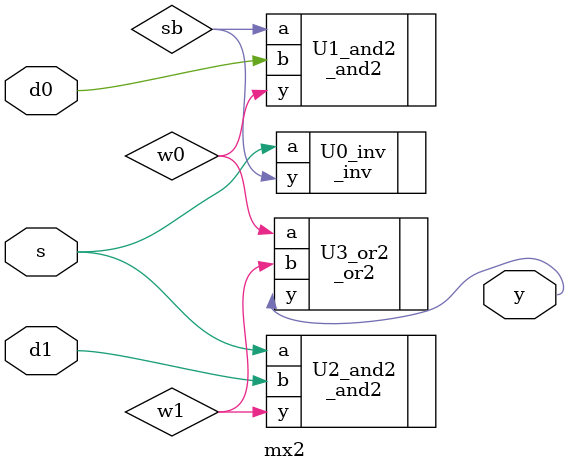
<source format=v>
module mx2(d0,d1,s,y); // this module makes 2x1 multiplexer 
input d0,d1; // define input d0, d1
input s; // define input s
output y; // define output y
wire sb, w0, w1; // define wire sb, w0, w1, sb means inverse to s

// y= sb*d0 + s*d1
_inv U0_inv( // inverse s
	.a(s),
	.y(sb)
	);

_and2 U1_and2( // sb * d0
	.a(sb),
	.b(d0),
	.y(w0)
	);
	
_and2 U2_and2( // s * d1
	.a(s),
	.b(d1),
	.y(w1)
	);
	
_or2 U3_or2( // w0 + w1
	.a(w0),
	.b(w1),
	.y(y)
	);
	
endmodule // end of module
</source>
